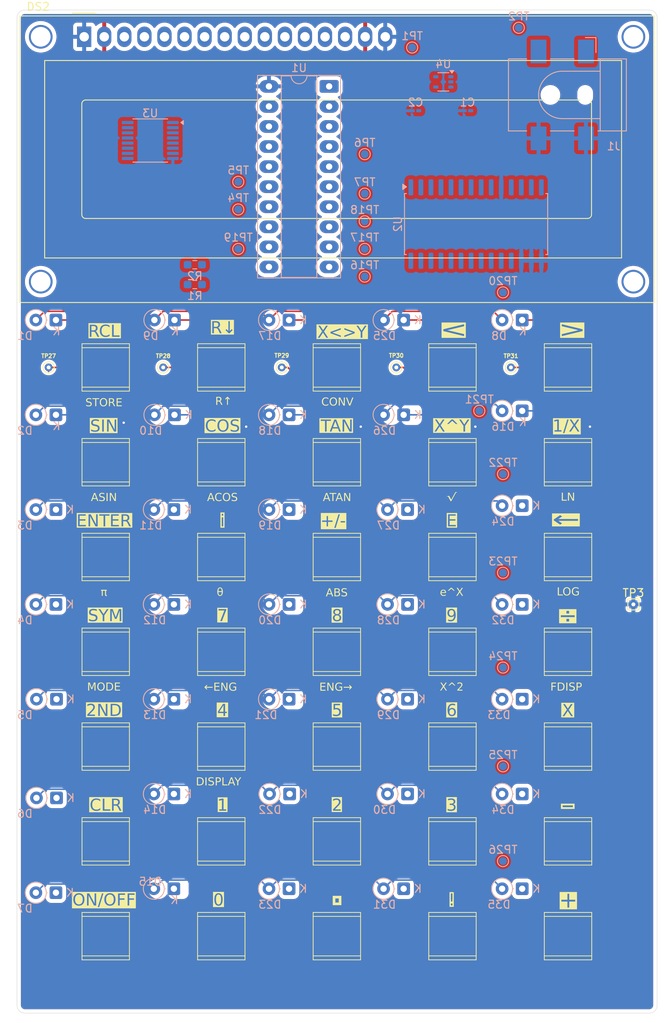
<source format=kicad_pcb>
(kicad_pcb (version 20241229) (generator "pcbnew") (generator_version "9.0")
  (layers (0 "F.Cu" signal) (2 "B.Cu" signal) (13 "F.Paste" user) (15 "B.Paste" user) (5 "F.SilkS" user "F.Silkscreen") (7 "B.SilkS" user "B.Silkscreen") (1 "F.Mask" user) (3 "B.Mask" user) (25 "Edge.Cuts" user))
  (net 0 "")
  (net 1 "+5V")
  (net 2 "GND")
  (net 3 "+3.3V")
  (net 4 "GPB0")
  (net 5 "Net-(D1-K)")
  (net 6 "Net-(D2-K)")
  (net 7 "GPB1")
  (net 8 "GPB2")
  (net 9 "Net-(D3-K)")
  (net 10 "GPB3")
  (net 11 "Net-(D4-K)")
  (net 12 "GPB4")
  (net 13 "Net-(D5-K)")
  (net 14 "GPB5")
  (net 15 "Net-(D6-K)")
  (net 16 "Net-(D7-K)")
  (net 17 "GPB6")
  (net 18 "Net-(D8-K)")
  (net 19 "Net-(D9-K)")
  (net 20 "Net-(D10-K)")
  (net 21 "Net-(D11-K)")
  (net 22 "Net-(D12-K)")
  (net 23 "Net-(D13-K)")
  (net 24 "Net-(D14-K)")
  (net 25 "Net-(D15-K)")
  (net 26 "Net-(D16-K)")
  (net 27 "Net-(D17-K)")
  (net 28 "Net-(D18-K)")
  (net 29 "Net-(D19-K)")
  (net 30 "Net-(D20-K)")
  (net 31 "Net-(D21-K)")
  (net 32 "Net-(D22-K)")
  (net 33 "Net-(D23-K)")
  (net 34 "Net-(D24-K)")
  (net 35 "Net-(D25-K)")
  (net 36 "Net-(D26-K)")
  (net 37 "Net-(D27-K)")
  (net 38 "Net-(D28-K)")
  (net 39 "Net-(D29-K)")
  (net 40 "Net-(D30-K)")
  (net 41 "Net-(D31-K)")
  (net 42 "Net-(D32-K)")
  (net 43 "Net-(D33-K)")
  (net 44 "Net-(D34-K)")
  (net 45 "Net-(D35-K)")
  (net 47 "LCD_D1")
  (net 48 "LCD_D3")
  (net 49 "LCD_D5")
  (net 50 "P2.2")
  (net 51 "LCD_D0")
  (net 52 "LCD_D2")
  (net 53 "P2.1")
  (net 54 "LCD_D7")
  (net 55 "LCD_D6")
  (net 56 "LCD_D4")
  (net 57 "P2.0")
  (net 58 "P1.6")
  (net 59 "P1.7")
  (net 60 "GPA0")
  (net 61 "GPA1")
  (net 62 "GPA2")
  (net 63 "GPA3")
  (net 64 "GPA4")
  (net 65 "P1.2")
  (net 66 "P1.4")
  (net 67 "P2.4")
  (footprint "Momentary Tactile Buttons:Tactile momentary button" (layer "F.Cu") (at 156.85125 113)
    (property "Reference" "SW11" (hide yes))
    (property "Value" "NUM_7" (hide yes))
  )
  (footprint "Momentary Tactile Buttons:Tactile momentary button" (layer "F.Cu") (at 171.47625 137)
    (property "Reference" "SW20" (hide yes))
    (property "Value" "NUM_2" (hide yes))
  )
  (footprint "Momentary Tactile Buttons:Tactile momentary button" (layer "F.Cu") (at 186.10125 113)
    (property "Reference" "SW25" (hide yes))
    (property "Value" "NUM_9" (hide yes))
  )
  (footprint "Momentary Tactile Buttons:Tactile momentary button" (layer "F.Cu") (at 171.47625 89)
    (property "Reference" "SW16" (hide yes))
    (property "Value" "TAN" (hide yes))
  )
  (footprint "Momentary Tactile Buttons:Tactile momentary button" (layer "F.Cu") (at 156.85125 89)
    (property "Reference" "SW9" (hide yes))
    (property "Value" "COS" (hide yes))
  )
  (footprint "Momentary Tactile Buttons:Tactile momentary button" (layer "F.Cu") (at 171.47625 101)
    (property "Reference" "SW17" (hide yes))
    (property "Value" "NEGATE" (hide yes))
  )
  (footprint "TestPoint:TestPoint_THTPad_1.0x1.0mm_Drill0.5mm" (layer "F.Cu") (at 212 110)
    (property "Reference" "TP3")
    (property "Value" "GND")
  )
  (footprint "Momentary Tactile Buttons:Tactile momentary button" (layer "F.Cu") (at 186.10125 101)
    (property "Reference" "SW24" (hide yes))
    (property "Value" "ENG_NOTATION" (hide yes))
  )
  (footprint "Momentary Tactile Buttons:Tactile momentary button" (layer "F.Cu") (at 200.72625 125)
    (property "Reference" "SW33" (hide yes))
    (property "Value" "MULTIPLY" (hide yes))
  )
  (footprint "Momentary Tactile Buttons:Tactile momentary button" (layer "F.Cu") (at 142.22625 113)
    (property "Reference" "SW4" (hide yes))
    (property "Value" "SYMBOLS" (hide yes))
  )
  (footprint "Momentary Tactile Buttons:Tactile momentary button" (layer "F.Cu") (at 142.22625 137)
    (property "Reference" "SW6" (hide yes))
    (property "Value" "CLEAR" (hide yes))
  )
  (footprint "TestPoint:TestPoint_THTPad_D1.0mm_Drill0.5mm" (layer "F.Cu") (at 152.5 80)
    (property "Reference" "TP28")
    (property "Value" "A1" (hide yes))
  )
  (footprint "Momentary Tactile Buttons:Tactile momentary button" (layer "F.Cu") (at 186.10125 77)
    (property "Reference" "SW22" (hide yes))
    (property "Value" "ARROW_LEFT" (hide yes))
  )
  (footprint "Momentary Tactile Buttons:Tactile momentary button" (layer "F.Cu") (at 200.72625 113)
    (property "Reference" "SW32" (hide yes))
    (property "Value" "DIVIDE" (hide yes))
  )
  (footprint "TestPoint:TestPoint_THTPad_D1.0mm_Drill0.5mm" (layer "F.Cu") (at 196.5 80)
    (property "Reference" "TP31")
    (property "Value" "A4" (hide yes))
  )
  (footprint "Momentary Tactile Buttons:Tactile momentary button" (layer "F.Cu") (at 200.72625 137)
    (property "Reference" "SW34" (hide yes))
    (property "Value" "SUBTRACT" (hide yes))
  )
  (footprint "Momentary Tactile Buttons:Tactile momentary button" (layer "F.Cu") (at 142.22625 77)
    (property "Reference" "SW1" (hide yes))
    (property "Value" "RCL" (hide yes))
  )
  (footprint "Momentary Tactile Buttons:Tactile momentary button" (layer "F.Cu") (at 142.22625 149)
    (property "Reference" "SW7" (hide yes))
    (property "Value" "OFF/ON" (hide yes))
  )
  (footprint "Momentary Tactile Buttons:Tactile momentary button" (layer "F.Cu") (at 156.85125 149)
    (property "Reference" "SW14" (hide yes))
    (property "Value" "NUM_0" (hide yes))
  )
  (footprint "Momentary Tactile Buttons:Tactile momentary button" (layer "F.Cu") (at 171.47625 149)
    (property "Reference" "SW21" (hide yes))
    (property "Value" "DECIMAL" (hide yes))
  )
  (footprint "Momentary Tactile Buttons:Tactile momentary button" (layer "F.Cu") (at 200.72625 77)
    (property "Reference" "SW29" (hide yes))
    (property "Value" "ARROW_RIGHT" (hide yes))
  )
  (footprint "Momentary Tactile Buttons:Tactile momentary button" (layer "F.Cu") (at 171.47625 113)
    (property "Reference" "SW18" (hide yes))
    (property "Value" "NUM_8" (hide yes))
  )
  (footprint "Display:WC1602A" (layer "F.Cu") (at 142.5 38.1425)
    (property "Reference" "DS2")
    (property "Value" "WC1602A")
  )
  (footprint "Momentary Tactile Buttons:Tactile momentary button" (layer "F.Cu") (at 142.22625 125)
    (property "Reference" "SW5" (hide yes))
    (property "Value" "SWITCH" (hide yes))
  )
  (footprint "Momentary Tactile Buttons:Tactile momentary button" (layer "F.Cu") (at 171.47625 125)
    (property "Reference" "SW19" (hide yes))
    (property "Value" "NUM_5" (hide yes))
  )
  (footprint "Momentary Tactile Buttons:Tactile momentary button" (layer "F.Cu") (at 186.10125 89)
    (property "Reference" "SW23" (hide yes))
    (property "Value" "POWER" (hide yes))
  )
  (footprint "Momentary Tactile Buttons:Tactile momentary button" (layer "F.Cu") (at 186.10125 125)
    (property "Reference" "SW26" (hide yes))
    (property "Value" "NUM_6" (hide yes))
  )
  (footprint "Momentary Tactile Buttons:Tactile momentary button" (layer "F.Cu") (at 156.85125 125)
    (property "Reference" "SW12" (hide yes))
    (property "Value" "NUM_4" (hide yes))
  )
  (footprint "Momentary Tactile Buttons:Tactile momentary button" (layer "F.Cu") (at 156.85125 137)
    (property "Reference" "SW13" (hide yes))
    (property "Value" "NUM_1" (hide yes))
  )
  (footprint "Momentary Tactile Buttons:Tactile momentary button" (layer "F.Cu") (at 200.72625 89)
    (property "Reference" "SW30" (hide yes))
    (property "Value" "INVERSE" (hide yes))
  )
  (footprint "Momentary Tactile Buttons:Tactile momentary button" (layer "F.Cu") (at 142.22625 101)
    (property "Reference" "SW3" (hide yes))
    (property "Value" "ENTER" (hide yes))
  )
  (footprint "Momentary Tactile Buttons:Tactile momentary button" (layer "F.Cu") (at 200.72625 101)
    (property "Reference" "SW31" (hide yes))
    (property "Value" "BACKSPACE" (hide yes))
  )
  (footprint "Momentary Tactile Buttons:Tactile momentary button" (layer "F.Cu") (at 142.22625 89)
    (property "Reference" "SW2" (hide yes))
    (property "Value" "SIN" (hide yes))
  )
  (footprint "Momentary Tactile Buttons:Tactile momentary button" (layer "F.Cu") (at 200.72625 149)
    (property "Reference" "SW35" (hide yes))
    (property "Value" "ADD" (hide yes))
  )
  (footprint "Momentary Tactile Buttons:Tactile momentary button" (layer "F.Cu") (at 186.10125 149)
    (property "Reference" "SW28" (hide yes))
    (property "Value" "FACTORIAL" (hide yes))
  )
  (footprint "Momentary Tactile Buttons:Tactile momentary button" (layer "F.Cu") (at 171.47625 77)
    (property "Reference" "SW15" (hide yes))
    (property "Value" "SWAP" (hide yes))
  )
  (footprint "TestPoint:TestPoint_THTPad_D1.0mm_Drill0.5mm" (layer "F.Cu") (at 182 80)
    (property "Reference" "TP30")
    (property "Value" "A3" (hide yes))
  )
  (footprint "TestPoint:TestPoint_THTPad_D1.0mm_Drill0.5mm" (layer "F.Cu") (at 167.5 80)
    (property "Reference" "TP29")
    (property "Value" "A2" (hide yes))
  )
  (footprint "TestPoint:TestPoint_THTPad_D1.0mm_Drill0.5mm" (layer "F.Cu") (at 138 80)
    (property "Reference" "TP27")
    (property "Value" "A0" (hide yes))
  )
  (footprint "Momentary Tactile Buttons:Tactile momentary button" (layer "F.Cu") (at 186.10125 137)
    (property "Reference" "SW27" (hide yes))
    (property "Value" "NUM_3" (hide yes))
  )
  (footprint "Momentary Tactile Buttons:Tactile momentary button" (layer "F.Cu") (at 156.85125 101)
    (property "Reference" "SW10" (hide yes))
    (property "Value" "IMAGINARY" (hide yes))
  )
  (footprint "Momentary Tactile Buttons:Tactile momentary button" (layer "F.Cu") (at 156.85125 77)
    (property "Reference" "SW8" (hide yes))
    (property "Value" "STACK_DOWN" (hide yes))
  )
  (footprint "TestPoint:TestPoint_Pad_D1.0mm" (layer "B.Cu") (at 178 68.5 180)
    (property "Reference" "TP16")
    (property "Value" "RS")
  )
  (footprint "Diode_THT:D_DO-35_SOD27_P2.54mm_Vertical_KathodeUp" (layer "B.Cu") (at 168.425686 74 180)
    (property "Reference" "D17")
    (property "Value" "1N4148WS")
  )
  (footprint "Diode_THT:D_DO-35_SOD27_P2.54mm_Vertical_KathodeUp" (layer "B.Cu") (at 182.925686 86 180)
    (property "Reference" "D26")
    (property "Value" "1N4148WS")
  )
  (footprint "Diode_THT:D_DO-35_SOD27_P2.54mm_Vertical_KathodeUp" (layer "B.Cu") (at 153.925686 86 180)
    (property "Reference" "D10")
    (property "Value" "1N4148WS")
  )
  (footprint "Diode_THT:D_DO-35_SOD27_P2.54mm_Vertical_KathodeUp" (layer "B.Cu") (at 138.925686 110 180)
    (property "Reference" "D4")
    (property "Value" "1N4148WS")
  )
  (footprint "Diode_THT:D_DO-35_SOD27_P2.54mm_Vertical_KathodeUp" (layer "B.Cu") (at 197.925686 74 180)
    (property "Reference" "D8")
    (property "Value" "1N4148WS")
  )
  (footprint "TestPoint:TestPoint_Pad_D1.0mm" (layer "B.Cu") (at 195.5 70.5 180)
    (property "Reference" "TP20")
    (property "Value" "B0")
  )
  (footprint "Resistor_SMD:R_0603_1608Metric_Pad0.98x0.95mm_HandSolder" (layer "B.Cu") (at 156.5 67)
    (property "Reference" "R2")
    (property "Value" "10k")
  )
  (footprint "Diode_THT:D_DO-35_SOD27_P2.54mm_Vertical_KathodeUp" (layer "B.Cu") (at 197.925686 122 180)
    (property "Reference" "D33")
    (property "Value" "1N4148WS")
  )
  (footprint "Diode_THT:D_DO-35_SOD27_P2.54mm_Vertical_KathodeUp" (layer "B.Cu") (at 153.851372 110 180)
    (property "Reference" "D12")
    (property "Value" "1N4148WS")
  )
  (footprint "Connector_BarrelJack:BarrelJack_CLIFF_FC681465S_SMT_Horizontal" (layer "B.Cu") (at 203 45.5 180)
    (property "Reference" "J1")
    (property "Value" "Barrel_Jack_Switch")
  )
  (footprint "Diode_THT:D_DO-35_SOD27_P2.54mm_Vertical_KathodeUp" (layer "B.Cu") (at 153.851372 122 180)
    (property "Reference" "D13")
    (property "Value" "1N4148WS")
  )
  (footprint "TestPoint:TestPoint_Pad_D1.0mm" (layer "B.Cu") (at 178 65 180)
    (property "Reference" "TP17")
    (property "Value" "R/W")
  )
  (footprint "Diode_THT:D_DO-35_SOD27_P2.54mm_Vertical_KathodeUp" (layer "B.Cu") (at 197.925686 146 180)
    (property "Reference" "D35")
    (property "Value" "1N4148WS")
  )
  (footprint "TestPoint:TestPoint_Pad_D1.0mm" (layer "B.Cu") (at 195.5 130.5 180)
    (property "Reference" "TP25")
    (property "Value" "B5")
  )
  (footprint "Diode_THT:D_DO-35_SOD27_P2.54mm_Vertical_KathodeUp" (layer "B.Cu") (at 183.425686 110 180)
    (property "Reference" "D28")
    (property "Value" "1N4148WS")
  )
  (footprint "Diode_THT:D_DO-35_SOD27_P2.54mm_Vertical_KathodeUp" (layer "B.Cu") (at 138.925686 98 180)
    (property "Reference" "D3")
    (property "Value" "1N4148WS")
  )
  (footprint "Diode_THT:D_DO-35_SOD27_P2.54mm_Vertical_KathodeUp" (layer "B.Cu") (at 153.851372 146 180)
    (property "Reference" "D15")
    (property "Value" "1N4148WS")
  )
  (footprint "Diode_THT:D_DO-35_SOD27_P2.54mm_Vertical_KathodeUp" (layer "B.Cu") (at 153.925686 74 180)
    (property "Reference" "D9")
    (property "Value" "1N4148WS")
  )
  (footprint "TestPoint:TestPoint_Pad_D1.0mm" (layer "B.Cu") (at 197.5 37 180)
    (property "Reference" "TP2")
    (property "Value" "5V")
  )
  (footprint "Package_TO_SOT_SMD:SOT-353_SC-70-5" (layer "B.Cu") (at 187.95 43.85 180)
    (property "Reference" "U4")
    (property "Value" "MIC5365-3.3YC5")
  )
  (footprint "TestPoint:TestPoint_Pad_D1.0mm" (layer "B.Cu") (at 195.5 93.5 180)
    (property "Reference" "TP22")
    (property "Value" "B2")
  )
  (footprint "Diode_THT:D_DO-35_SOD27_P2.54mm_Vertical_KathodeUp" (layer "B.Cu") (at 168.425686 122 180)
    (property "Reference" "D21")
    (property "Value" "1N4148WS")
  )
  (footprint "Diode_THT:D_DO-35_SOD27_P2.54mm_Vertical_KathodeUp" (layer "B.Cu") (at 197.925686 134 180)
    (property "Reference" "D34")
    (property "Value" "1N4148WS")
  )
  (footprint "TestPoint:TestPoint_Pad_D1.0mm" (layer "B.Cu") (at 162 56.5 180)
    (property "Reference" "TP5")
    (property "Value" "I2C_SDA")
  )
  (footprint "Diode_THT:D_DO-35_SOD27_P2.54mm_Vertical_KathodeUp" (layer "B.Cu") (at 183.425686 134 180)
    (property "Reference" "D30")
    (property "Value" "1N4148WS")
  )
  (footprint "TestPoint:TestPoint_Pad_D1.0mm" (layer "B.Cu") (at 195.5 118 180)
    (property "Reference" "TP24")
    (property "Value" "B4")
  )
  (footprint "Diode_THT:D_DO-35_SOD27_P2.54mm_Vertical_KathodeUp" (layer "B.Cu") (at 168.5 134 180)
    (property "Reference" "D22")
    (property "Value" "1N4148WS")
  )
  (footprint "TestPoint:TestPoint_Pad_D1.0mm" (layer "B.Cu") (at 178 53 180)
    (property "Reference" "TP6")
    (property "Value" "SPI_MISO")
  )
  (footprint "Diode_THT:D_DO-35_SOD27_P2.54mm_Vertical_KathodeUp" (layer "B.Cu") (at 182.925686 74 180)
    (property "Reference" "D25")
    (property "Value" "1N4148WS")
  )
  (footprint "Diode_THT:D_DO-35_SOD27_P2.54mm_Vertical_KathodeUp" (layer "B.Cu") (at 168.425686 110 180)
    (property "Reference" "D20")
    (property "Value" "1N4148WS")
  )
  (footprint "TestPoint:TestPoint_Pad_D1.0mm" (layer "B.Cu") (at 195.5 142.5 180)
    (property "Reference" "TP26")
    (property "Value" "B6")
  )
  (footprint "Diode_THT:D_DO-35_SOD27_P2.54mm_Vertical_KathodeUp" (layer "B.Cu") (at 153.851372 134 180)
    (property "Reference" "D14")
    (property "Value" "1N4148WS")
  )
  (footprint "Capacitor_SMD:C_0201_0603Metric_Pad0.64x0.40mm_HandSolder" (layer "B.Cu") (at 184.4325 47.5 180)
    (property "Reference" "C2")
    (property "Value" "1uF")
  )
  (footprint "Diode_THT:D_DO-35_SOD27_P2.54mm_Vertical_KathodeUp" (layer "B.Cu") (at 139 134.5 180)
    (property "Reference" "D6")
    (property "Value" "1N4148WS")
  )
  (footprint "TestPoint:TestPoint_Pad_D1.0mm" (layer "B.Cu") (at 184 39.5 180)
    (property "Reference" "TP1")
    (property "Value" "3.3V")
  )
  (footprint "Resistor_SMD:R_0603_1608Metric_Pad0.98x0.95mm_HandSolder" (layer "B.Cu") (at 156.5 69.51)
    (property "Reference" "R1")
    (property "Value" "10k")
  )
  (footprint "TestPoint:TestPoint_Pad_D1.0mm" (layer "B.Cu") (at 178 58 180)
    (property "Reference" "TP7")
    (property "Value" "SPI_CLK")
  )
  (footprint "Diode_THT:D_DO-35_SOD27_P2.54mm_Vertical_KathodeUp" (layer "B.Cu") (at 197.925686 110 180)
    (property "Reference" "D32")
    (property "Value" "1N4148WS")
  )
  (footprint "TestPoint:TestPoint_Pad_D1.0mm" (layer "B.Cu") (at 178 61.5 180)
    (property "Reference" "TP18")
    (property "Value" "E")
  )
  (footprint "Package_SO:SOIC-28W_7.5x17.9mm_P1.27mm" (layer "B.Cu") (at 192.095 61.85 -90)
    (property "Reference" "U2")
    (property "Value" "MCP23017_SO")
  )
  (footprint "Diode_THT:D_DO-35_SOD27_P2.54mm_Vertical_KathodeUp" (layer "B.Cu") (at 138.925686 86 180)
    (property "Reference" "D2")
    (property "Value" "1N4148WS")
  )
  (footprint "Capacitor_SMD:C_0201_0603Metric_Pad0.64x0.40mm_HandSolder" (layer "B.Cu") (at 191 47.5 180)
    (property "Reference" "C1")
    (property "Value" "1uF")
  )
  (footprint "Diode_THT:D_DO-35_SOD27_P2.54mm_Vertical_KathodeUp" (layer "B.Cu") (at 182.925686 146 180)
    (property "Reference" "D31")
    (property "Value" "1N4148WS")
  )
  (footprint "Package_SO:TSSOP-16_4.4x5mm_P0.65mm" (layer "B.Cu") (at 150.8625 51.275 180)
    (property "Reference" "U3")
    (property "Value" "74HC595")
  )
  (footprint "Diode_THT:D_DO-35_SOD27_P2.54mm_Vertical_KathodeUp" (layer "B.Cu") (at 183.425686 122 180)
    (property "Reference" "D29")
    (property "Value" "1N4148WS")
  )
  (footprint "Diode_THT:D_DO-35_SOD27_P2.54mm_Vertical_KathodeUp" (layer "B.Cu") (at 168.425686 86 180)
    (property "Reference" "D18")
    (property "Value" "1N4148WS")
  )
  (footprint "Diode_THT:D_DO-35_SOD27_P2.54mm_Vertical_KathodeUp" (layer "B.Cu") (at 168.425686 146 180)
    (property "Reference" "D23")
    (property "Value" "1N4148WS")
  )
  (footprint "Diode_THT:D_DO-35_SOD27_P2.54mm_Vertical_KathodeUp" (layer "B.Cu") (at 183.425686 98 180)
    (property "Reference" "D27")
    (property "Value" "1N4148WS")
  )
  (footprint "Diode_THT:D_DO-35_SOD27_P2.54mm_Vertical_KathodeUp" (layer "B.Cu") (at 153.851372 98 180)
    (property "Reference" "D11")
    (property "Value" "1N4148WS")
  )
  (footprint "Diode_THT:D_DO-35_SOD27_P2.54mm_Vertical_KathodeUp" (layer "B.Cu") (at 168.425686 98 180)
    (property "Reference" "D19")
    (property "Value" "1N4148WS")
  )
  (footprint "Diode_THT:D_DO-35_SOD27_P2.54mm_Vertical_KathodeUp" (layer "B.Cu") (at 139 122 180)
    (property "Reference" "D5")
    (property "Value" "1N4148WS")
  )
  (footprint "TestPoint:TestPoint_Pad_D1.0mm" (layer "B.Cu") (at 162 60 180)
    (property "Reference" "TP4")
    (property "Value" "I2C_SCK")
  )
  (footprint "TestPoint:TestPoint_Pad_D1.0mm" (layer "B.Cu") (at 195.5 106 180)
    (property "Reference" "TP23")
    (property "Value" "B3")
  )
  (footprint "TestPoint:TestPoint_Pad_D1.0mm" (layer "B.Cu") (at 162 65 180)
    (property "Reference" "TP19")
    (property "Value" "RCLK")
  )
  (footprint "Package_DIP:DIP-20_W7.62mm_Socket_LongPads" (layer "B.Cu") (at 173.5 44.42 180)
    (property "Reference" "U1")
    (property "Value" "MSP430G2553IPW20")
  )
  (footprint "Diode_THT:D_DO-35_SOD27_P2.54mm_Vertical_KathodeUp" (layer "B.Cu") (at 197.925686 97.5 180)
    (property "Reference" "D24")
    (property "Value" "1N4148WS")
  )
  (footprint "Diode_THT:D_DO-35_SOD27_P2.54mm_Vertical_KathodeUp" (layer "B.Cu") (at 197.925686 85.5 180)
    (property "Reference" "D16")
    (property "Value" "1N4148WS")
  )
  (footprint "Diode_THT:D_DO-35_SOD27_P2.54mm_Vertical_KathodeUp" (layer "B.Cu") (at 138.925686 146.5 180)
    (property "Reference" "D7")
    (property "Value" "1N4148WS")
  )
  (footprint "TestPoint:TestPoint_Pad_D1.0mm" (layer "B.Cu") (at 192.5 85.5 180)
    (property "Reference" "TP21")
    (property "Value" "B1")
  )
  (footprint "Diode_THT:D_DO-35_SOD27_P2.54mm_Vertical_KathodeUp" (layer "B.Cu") (at 138.925686 74 180)
    (property "Reference" "D1")
    (property "Value" "1N4148WS")
  )
  (gr_arc (start 134 35.75) (mid 134.292893 35.042893) (end 135 34.75) (stroke (width 0.05)) (layer "Edge.Cuts"))
  (gr_line (start 134 160.75) (end 134 35.75) (stroke (width 0.05)) (layer "Edge.Cuts"))
  (gr_arc (start 215 160.75) (mid 214.707107 161.457107) (end 214 161.75) (stroke (width 0.05)) (layer "Edge.Cuts"))
  (gr_line (start 215 35.75) (end 215 160.75) (stroke (width 0.05)) (layer "Edge.Cuts"))
  (gr_arc (start 135 161.75) (mid 134.292893 161.457107) (end 134 160.75) (stroke (width 0.05)) (layer "Edge.Cuts"))
  (gr_line (start 214 161.75) (end 135 161.75) (stroke (width 0.05)) (layer "Edge.Cuts"))
  (gr_arc (start 214 34.75) (mid 214.707107 35.042893) (end 215 35.75) (stroke (width 0.05)) (layer "Edge.Cuts"))
  (gr_line (start 135 34.75) (end 214 34.75) (stroke (width 0.05)) (layer "Edge.Cuts"))
  (gr_text "←ENG" (at 159.755984 120.515819 0) (layer "F.SilkS") (effects (font (size 1 1))))
  (gr_text "+/-" (at 174 99.5 0) (layer "F.SilkS" knockout) (effects (font (size 1.5 1.5))))
  (gr_text "1/X" (at 203.5 87.5 0) (layer "F.SilkS" knockout) (effects (font (size 1.5 1.5))))
  (gr_text "9" (at 189 111.5 0) (layer "F.SilkS" knockout) (effects (font (size 1.5 1.5))))
  (gr_text "SYM" (at 145.186346 111.501309 0) (layer "F.SilkS" knockout) (effects (font (size 1.5 1.5))))
  (gr_text "R↓" (at 158.5 75.927805 0) (layer "F.SilkS" knockout) (effects (font (size 1.5 1.5)) (justify left bottom)))
  (gr_text "." (at 174.5 146.5 0) (layer "F.SilkS" knockout) (effects (font (size 3 3))))
  (gr_text "√" (at 189 96.5 0) (layer "F.SilkS") (effects (font (size 1 1.5))))
  (gr_text "e^X" (at 189 108.5 0) (layer "F.SilkS") (effects (font (size 1 1))))
  (gr_text "ATAN" (at 174.5 96.5 0) (layer "F.SilkS") (effects (font (size 1 1))))
  (gr_text "7" (at 160 111.5 0) (layer "F.SilkS" knockout) (effects (font (size 1.5 1.5))))
  (gr_text "θ" (at 159.696696 108.507933 0) (layer "F.SilkS") (effects (font (size 1 1))))
  (gr_text "TAN" (at 174.5 87.5 0) (layer "F.SilkS" knockout) (effects (font (size 1.5 1.5))))
  (gr_text "FDISP" (at 203.5 120.5 0) (layer "F.SilkS") (effects (font (size 1 1))))
  (gr_text ">" (at 202.5 76.5 0) (layer "F.SilkS" knockout) (effects (font (size 2 3)) (justify left bottom)))
  (gr_text "RCL" (at 145 75.5 0) (layer "F.SilkS" knockout) (effects (font (size 1.5 1.5))))
  (gr_text "3" (at 189 135.5 0) (layer "F.SilkS" knockout) (effects (font (size 1.5 1.5))))
  (gr_text "X<>Y" (at 172 76.5 0) (layer "F.SilkS" knockout) (effects (font (size 1.5 1.5)) (justify left bottom)))
  (gr_text "4" (at 160 123.5 0) (layer "F.SilkS" knockout) (effects (font (size 1.5 1.5))))
  (gr_text "R↑" (at 159.074828 84.911277 0) (layer "F.SilkS") (effects (font (size 1 1)) (justify left bottom)))
  (gr_text "CLR" (at 145.228288 135.5 0) (layer "F.SilkS" knockout) (effects (font (size 1.5 1.5))))
  (gr_text "E" (at 189 99.5 0) (layer "F.SilkS" knockout) (effects (font (size 1.5 1.5))))
  (gr_text "ON/OFF" (at 145 147.5 0) (layer "F.SilkS" knockout) (effects (font (size 1.5 1.5))))
  (gr_text "DISPLAY" (at 159.5 132.5 0) (layer "F.SilkS") (effects (font (size 1 1))))
  (gr_text "6" (at 189 123.5 0) (layer "F.SilkS" knockout) (effects (font (size 1.5 1.5))))
  (gr_text "ABS" (at 174.460567 108.566988 0) (layer "F.SilkS") (effects (font (size 1 1))))
  (gr_text "0" (at 159.5 147.5 0) (layer "F.SilkS" knockout) (effects (font (size 1.5 1.5))))
  (gr_text "ENTER" (at 145 99.5 0) (layer "F.SilkS" knockout) (effects (font (size 1.5 1.5))))
  (gr_text "MODE" (at 145 120.5 0) (layer "F.SilkS") (effects (font (size 1 1))))
  (gr_text "-" (at 203.693218 135.5 0) (layer "F.SilkS" knockout) (effects (font (size 2 3.5))))
  (gr_text "LN" (at 203.712934 96.45667 0) (layer "F.SilkS") (effects (font (size 1 1))))
  (gr_text "COS\n" (at 160 87.5 0) (layer "F.SilkS" knockout) (effects (font (size 1.5 1.5))))
  (gr_text "8" (at 174.5 111.5 0) (layer "F.SilkS" knockout) (effects (font (size 1.5 1.5))))
  (gr_text "ASIN" (at 145 96.5 0) (layer "F.SilkS") (effects (font (size 1 1))))
  (gr_text "π" (at 145 108.5 0) (layer "F.SilkS") (effects (font (size 1 1))))
  (gr_text "!" (at 189 147.5 0) (layer "F.SilkS" knockout) (effects (font (size 1.5 1.5))))
  (gr_text "2ND" (at 145 123.5 0) (layer "F.SilkS" knockout) (effects (font (size 1.5 1.5))))
  (gr_text "+\n" (at 203.763778 147.552493 0) (layer "F.SilkS" knockout) (effects (font (size 2 2))))
  (gr_text "1" (at 160 135.5 0) (layer "F.SilkS" knockout) (effects (font (size 1.5 1.5))))
  (gr_text "←" (at 203.476712 99.350389 0) (layer "F.SilkS" knockout) (effects (font (size 2 3))))
  (gr_text "÷" (at 203.693265 111.539385 0) (layer "F.SilkS" knockout) (effects (font (size 2 2))))
  (gr_text "i" (at 160 99.5 0) (layer "F.SilkS" knockout) (effects (font (size 1.5 1.5))))
  (gr_text "5" (at 174.5 123.5 0) (layer "F.SilkS" knockout) (effects (font (size 1.5 1.5))))
  (gr_text "ACOS" (at 160 96.5 0) (layer "F.SilkS") (effects (font (size 1 1))))
  (gr_text "STORE\n" (at 145 84.5 0) (layer "F.SilkS") (effects (font (size 1 1))))
  (gr_text "X^Y" (at 189 87.5 0) (layer "F.SilkS" knockout) (effects (font (size 1.5 1.5))))
  (gr_text "<" (at 187.5 76.5 0) (layer "F.SilkS" knockout) (effects (font (size 2 3)) (justify left bottom)))
  (gr_text "LOG" (at 203.752087 108.448877 0) (layer "F.SilkS") (effects (font (size 1 1))))
  (gr_text "CONV\n" (at 172.5 85 0) (layer "F.SilkS") (effects (font (size 1 1)) (justify left bottom)))
  (gr_text "ENG→" (at 174.342689 120.515819 0) (layer "F.SilkS") (effects (font (size 1 1))))
  (gr_text "X^2" (at 189 120.5 0) (layer "F.SilkS") (effects (font (size 1 1))))
  (gr_text "2" (at 174.5 135.5 0) (layer "F.SilkS" knockout) (effects (font (size 1.5 1.5))))
  (gr_text "X" (at 203.693265 123.527649 0) (layer "F.SilkS" knockout) (effects (font (size 1.5 1.5))))
  (gr_text "SIN" (at 145 87.5 0) (layer "F.SilkS" knockout) (effects (font (size 1.5 1.5))))
  (segment (start 194.284686 72.899) (end 195.385686 74) (width 0.2) (layer "F.Cu") (net 4))
  (segment (start 137.486686 72.899) (end 150.284686 72.899) (width 0.2) (layer "F.Cu") (net 4))
  (segment (start 164.784686 72.899) (end 165.885686 74) (width 0.2) (layer "F.Cu") (net 4))
  (segment (start 150.284686 72.899) (end 151.385686 74) (width 0.2) (layer "F.Cu") (net 4))
  (segment (start 180.385686 74) (end 181.486686 72.899) (width 0.2) (layer "F.Cu") (net 4))
  (segment (start 165.885686 74) (end 166.986686 72.899) (width 0.2) (layer "F.Cu") (net 4))
  (segment (start 181.486686 72.899) (end 194.284686 72.899) (width 0.2) (layer "F.Cu") (net 4))
  (segment (start 166.986686 72.899) (end 179.284686 72.899) (width 0.2) (layer "F.Cu") (net 4))
  (segment (start 151.385686 74) (end 152.486686 72.899) (width 0.2) (layer "F.Cu") (net 4))
  (segment (start 179.284686 72.899) (end 180.385686 74) (width 0.2) (layer "F.Cu") (net 4))
  (segment (start 152.486686 72.899) (end 164.784686 72.899) (width 0.2) (layer "F.Cu") (net 4))
  (segment (start 136.385686 74) (end 137.486686 72.899) (width 0.2) (layer "F.Cu") (net 4))
  (segment (start 138.925686 74) (end 145.4325 74) (width 0.2) (layer "F.Cu") (net 5))
  (segment (start 149 77.5675) (end 149 82.4325) (width 0.2) (layer "F.Cu") (net 5))
  (segment (start 145.4325 74) (end 149 77.5675) (width 0.2) (layer "F.Cu") (net 5))
  (segment (start 147.5 87) (end 149 88.5) (width 0.2) (layer "F.Cu") (net 6))
  (segment (start 149 88.5) (end 149 89.5675) (width 0.2) (layer "F.Cu") (net 6))
  (segment (start 149 89.5675) (end 149 94.4325) (width 0.2) (layer "F.Cu") (net 6))
  (via (at 147.5 87) (size 0.6) (drill 0.3) (layers "F.Cu" "B.Cu") (net 6))
  (segment (start 138.925686 86) (end 146.5 86) (width 0.2) (layer "B.Cu") (net 6))
  (segment (start 146.5 86) (end 147.5 87) (width 0.2) (layer "B.Cu") (net 6))
  (segment (start 151.385686 86) (end 152.486686 84.899) (width 0.2) (layer "B.Cu") (net 7))
  (segment (start 165.885686 86) (end 166.986686 84.899) (width 0.2) (layer "B.Cu") (net 7))
  (segment (start 179.284686 84.899) (end 180.385686 86) (width 0.2) (layer "B.Cu") (net 7))
  (segment (start 137.486686 84.899) (end 150.284686 84.899) (width 0.2) (layer "B.Cu") (net 7))
  (segment (start 181.685685 84.700001) (end 194.585687 84.700001) (width 0.2) (layer "B.Cu") (net 7))
  (segment (start 136.385686 86) (end 137.486686 84.899) (width 0.2) (layer "B.Cu") (net 7))
  (segment (start 164.784686 84.899) (end 165.885686 86) (width 0.2) (layer "B.Cu") (net 7))
  (segment (start 194.585687 84.700001) (end 195.385686 85.5) (width 0.2) (layer "B.Cu") (net 7))
  (segment (start 180.385686 86) (end 181.685685 84.700001) (width 0.2) (layer "B.Cu") (net 7))
  (segment (start 152.486686 84.899) (end 164.784686 84.899) (width 0.2) (layer "B.Cu") (net 7))
  (segment (start 166.986686 84.899) (end 179.284686 84.899) (width 0.2) (layer "B.Cu") (net 7))
  (segment (start 150.284686 84.899) (end 151.385686 86) (width 0.2) (layer "B.Cu") (net 7))
  (segment (start 152.412372 96.899) (end 164.784686 96.899) (width 0.2) (layer "B.Cu") (net 8))
  (segment (start 150.210372 96.899) (end 151.311372 98) (width 0.2) (layer "B.Cu") (net 8))
  (segment (start 165.885686 98) (end 166.986686 96.899) (width 0.2) (layer "B.Cu") (net 8))
  (segment (start 181.986686 96.899) (end 194.784686 96.899) (width 0.2) (layer "B.Cu") (net 8))
  (segment (start 137.486686 96.899) (end 150.210372 96.899) (width 0.2) (layer "B.Cu") (net 8))
  (segment (start 194.784686 96.899) (end 195.385686 97.5) (width 0.2) (layer "B.Cu") (net 8))
  (segment (start 179.784686 96.899) (end 180.885686 98) (width 0.2) (layer "B.Cu") (net 8))
  (segment (start 166.986686 96.899) (end 179.784686 96.899) (width 0.2) (layer "B.Cu") (net 8))
  (segment (start 180.885686 98) (end 181.986686 96.899) (width 0.2) (layer "B.Cu") (net 8))
  (segment (start 151.311372 98) (end 152.412372 96.899) (width 0.2) (layer "B.Cu") (net 8))
  (segment (start 136.385686 98) (end 137.486686 96.899) (width 0.2) (layer "B.Cu") (net 8))
  (segment (start 164.784686 96.899) (end 165.885686 98) (width 0.2) (layer "B.Cu") (net 8))
  (segment (start 149 101.5675) (end 149 106.4325) (width 0.2) (layer "F.Cu") (net 9))
  (segment (start 136.385686 110) (end 137.486686 108.899) (width 0.2) (layer "B.Cu") (net 10))
  (segment (start 180.885686 110) (end 181.986686 108.899) (width 0.2) (layer "B.Cu") (net 10))
  (segment (start 194.284686 108.899) (end 195.385686 110) (width 0.2) (layer "B.Cu") (net 10))
  (segment (start 164.784686 108.899) (end 165.885686 110) (width 0.2) (layer "B.Cu") (net 10))
  (segment (start 166.986686 108.899) (end 179.784686 108.899) (width 0.2) (layer "B.Cu") (net 10))
  (segment (start 137.486686 108.899) (end 150.210372 108.899) (width 0.2) (layer "B.Cu") (net 10))
  (segment (start 150.210372 108.899) (end 151.311372 110) (width 0.2) (layer "B.Cu") (net 10))
  (segment (start 151.311372 110) (end 152.412372 108.899) (width 0.2) (layer "B.Cu") (net 10))
  (segment (start 165.885686 110) (end 166.986686 108.899) (width 0.2) (layer "B.Cu") (net 10))
  (segment (start 152.412372 108.899) (end 164.784686 108.899) (width 0.2) (layer "B.Cu") (net 10))
  (segment (start 179.784686 108.899) (end 180.885686 110) (width 0.2) (layer "B.Cu") (net 10))
  (segment (start 181.986686 108.899) (end 194.284686 108.899) (width 0.2) (layer "B.Cu") (net 10))
  (segment (start 149 113.5675) (end 149 118.4325) (width 0.2) (layer "F.Cu") (net 11))
  (segment (start 179.784686 120.899) (end 180.885686 122) (width 0.2) (layer "B.Cu") (net 12))
  (segment (start 166.986686 120.899) (end 179.784686 120.899) (width 0.2) (layer "B.Cu") (net 12))
  (segment (start 180.885686 122) (end 181.986686 120.899) (width 0.2) (layer "B.Cu") (net 12))
  (segment (start 150.210372 120.899) (end 151.311372 122) (width 0.2) (layer "B.Cu") (net 12))
  (segment (start 194.284686 120.899) (end 195.385686 122) (width 0.2) (layer "B.Cu") (net 12))
  (segment (start 137.561 120.899) (end 150.210372 120.899) (width 0.2) (layer "B.Cu") (net 12))
  (segment (start 164.784686 120.899) (end 165.885686 122) (width 0.2) (layer "B.Cu") (net 12))
  (segment (start 165.885686 122) (end 166.986686 120.899) (width 0.2) (layer "B.Cu") (net 12))
  (segment (start 136.46 122) (end 137.561 120.899) (width 0.2) (layer "B.Cu") (net 12))
  (segment (start 151.311372 122) (end 152.412372 120.899) (width 0.2) (layer "B.Cu") (net 12))
  (segment (start 181.986686 120.899) (end 194.284686 120.899) (width 0.2) (layer "B.Cu") (net 12))
  (segment (start 152.412372 120.899) (end 164.784686 120.899) (width 0.2) (layer "B.Cu") (net 12))
  (segment (start 149 125.5675) (end 149 130.4325) (width 0.2) (layer "F.Cu") (net 13))
  (segment (start 152.412372 132.899) (end 164.859 132.899) (width 0.2) (layer "B.Cu") (net 14))
  (segment (start 167.061 132.899) (end 179.784686 132.899) (width 0.2) (layer "B.Cu") (net 14))
  (segment (start 194.284686 132.899) (end 195.385686 134) (width 0.2) (layer "B.Cu") (net 14))
  (segment (start 179.784686 132.899) (end 180.885686 134) (width 0.2) (layer "B.Cu") (net 14))
  (segment (start 164.859 132.899) (end 165.96 134) (width 0.2) (layer "B.Cu") (net 14))
  (segment (start 151.311372 134) (end 152.412372 132.899) (width 0.2) (layer "B.Cu") (net 14))
  (segment (start 180.885686 134) (end 181.986686 132.899) (width 0.2) (layer "B.Cu") (net 14))
  (segment (start 165.96 134) (end 167.061 132.899) (width 0.2) (layer "B.Cu") (net 14))
  (segment (start 137.561 133.399) (end 150.710372 133.399) (width 0.2) (layer "B.Cu") (net 14))
  (segment (start 136.46 134.5) (end 137.561 133.399) (width 0.2) (layer "B.Cu") (net 14))
  (segment (start 150.710372 133.399) (end 151.311372 134) (width 0.2) (layer "B.Cu") (net 14))
  (segment (start 181.986686 132.899) (end 194.284686 132.899) (width 0.2) (layer "B.Cu") (net 14))
  (segment (start 149 137.5675) (end 149 142.4325) (width 0.2) (layer "F.Cu") (net 15))
  (segment (start 149 149.5675) (end 149 154.4325) (width 0.2) (layer "F.Cu") (net 16))
  (segment (start 152.412372 144.899) (end 164.784686 144.899) (width 0.2) (layer "B.Cu") (net 17))
  (segment (start 181.486686 144.899) (end 194.284686 144.899) (width 0.2) (layer "B.Cu") (net 17))
  (segment (start 179.284686 144.899) (end 180.385686 146) (width 0.2) (layer "B.Cu") (net 17))
  (segment (start 165.885686 146) (end 166 146) (width 0.2) (layer "B.Cu") (net 17))
  (segment (start 150.710372 145.399) (end 151.311372 146) (width 0.2) (layer "B.Cu") (net 17))
  (segment (start 194.284686 144.899) (end 195.385686 146) (width 0.2) (layer "B.Cu") (net 17))
  (segment (start 166.986686 144.899) (end 179.284686 144.899) (width 0.2) (layer "B.Cu") (net 17))
  (segment (start 165.885686 146) (end 166.986686 144.899) (width 0.2) (layer "B.Cu") (net 17))
  (segment (start 136.385686 146.5) (end 137.486686 145.399) (width 0.2) (layer "B.Cu") (net 17))
  (segment (start 180.385686 146) (end 181.486686 144.899) (width 0.2) (layer "B.Cu") (net 17))
  (segment (start 164.784686 144.899) (end 165.885686 146) (width 0.2) (layer "B.Cu") (net 17))
  (segment (start 151.311372 146) (end 152.412372 144.899) (width 0.2) (layer "B.Cu") (net 17))
  (segment (start 137.486686 145.399) (end 150.710372 145.399) (width 0.2) (layer "B.Cu") (net 17))
  (segment (start 197.925686 74) (end 203.9325 74) (width 0.2) (layer "F.Cu") (net 18))
  (segment (start 207.5 77.5675) (end 207.5 82.4325) (width 0.2) (layer "F.Cu") (net 18))
  (segment (start 203.9325 74) (end 207.5 77.5675) (width 0.2) (layer "F.Cu") (net 18))
  (segment (start 153.925686 74) (end 160.0575 74) (width 0.2) (layer "F.Cu") (net 19))
  (segment (start 160.0575 74) (end 163.625 77.5675) (width 0.2) (layer "F.Cu") (net 19))
  (segment (start 163.625 77.5675) (end 163.625 82.4325) (width 0.2) (layer "F.Cu") (net 19))
  (segment (start 163 87.5) (end 163.625 88.125) (width 0.2) (layer "F.Cu") (net 20))
  (segment (start 163.625 89.5675) (end 163.625 94.4325) (width 0.2) (layer "F.Cu") (net 20))
  (segment (start 163.625 88.125) (end 163.625 89.5675) (width 0.2) (layer "F.Cu") (net 20))
  (via (at 163 87.5) (size 0.6) (drill 0.3) (layers "F.Cu" "B.Cu") (net 20))
  (segment (start 161.5 86) (end 163 87.5) (width 0.2) (layer "B.Cu") (net 20))
  (segment (start 153.925686 86) (end 161.5 86) (width 0.2) (layer "B.Cu") (net 20))
  (segment (start 163.625 101.5675) (end 163.625 106.4325) (width 0.2) (layer "F.Cu") (net 21))
  (segment (start 163.625 113.5675) (end 163.625 118.4325) (width 0.2) (layer "F.Cu") (net 22))
  (segment (start 163.625 125.5675) (end 163.625 130.4325) (width 0.2) (layer "F.Cu") (net 23))
  (segment (start 163.625 137.5675) (end 163.625 142.4325) (width 0.2) (layer "F.Cu") (net 24))
  (segment (start 163.625 149.5675) (end 163.625 154.4325) (width 0.2) (layer "F.Cu") (net 25))
  (segment (start 207.5 88.5) (end 207.5 89.5675) (width 0.2) (layer "F.Cu") (net 26))
  (segment (start 207.5 89.5675) (end 207.5 94.4325) (width 0.2) (layer "F.Cu") (net 26))
  (segment (start 206.5 87.5) (end 207.5 88.5) (width 0.2) (layer "F.Cu") (net 26))
  (via (at 206.5 87.5) (size 0.6) (drill 0.3) (layers "F.Cu" "B.Cu") (net 26))
  (segment (start 204.5 85.5) (end 206.5 87.5) (width 0.2) (layer "B.Cu") (net 26))
  (segment (start 197.925686 85.5) (end 204.5 85.5) (width 0.2) (layer "B.Cu") (net 26))
  (segment (start 178.25 77.5675) (end 178.25 82.4325) (width 0.2) (layer "F.Cu") (net 27))
  (segment (start 168.425686 74) (end 174.6825 74) (width 0.2) (layer "F.Cu") (net 27))
  (segment (start 174.6825 74) (end 178.25 77.5675) (width 0.2) (layer "F.Cu") (net 27))
  (segment (start 178.25 89.5675) (end 178.25 94.4325) (width 0.2) (layer "F.Cu") (net 28))
  (segment (start 178.25 88.25) (end 178.25 89.5675) (width 0.2) (layer "F.Cu") (net 28))
  (segment (start 177.5 87.5) (end 178.25 88.25) (width 0.2) (layer "F.Cu") (net 28))
  (via (at 177.5 87.5) (size 0.6) (drill 0.3) (layers "F.Cu" "B.Cu") (net 28))
  (segment (start 176 86) (end 177.5 87.5) (width 0.2) (layer "B.Cu") (net 28))
  (segment (start 168.425686 86) (end 176 86) (width 0.2) (layer "B.Cu") (net 28))
  (segment (start 178.25 101.5675) (end 178.25 106.4325) (width 0.2) (layer "F.Cu") (net 29))
  (segment (start 178.25 113.5675) (end 178.25 118.4325) (width 0.2) (layer "F.Cu") (net 30))
  (segment (start 178.25 125.5675) (end 178.25 130.4325) (width 0.2) (layer "F.Cu") (net 31))
  (segment (start 178.25 137.5675) (end 178.25 142.4325) (width 0.2) (layer "F.Cu") (net 32))
  (segment (start 178.25 149.5675) (end 178.25 154.4325) (width 0.2) (layer "F.Cu") (net 33))
  (segment (start 207.5 101.5675) (end 207.5 106.4325) (width 0.2) (layer "F.Cu") (net 34))
  (segment (start 182.925686 74) (end 189.3075 74) (width 0.2) (layer "F.Cu") (net 35))
  (segment (start 192.875 77.5675) (end 192.875 82.4325) (width 0.2) (layer "F.Cu") (net 35))
  (segment (start 189.3075 74) (end 192.875 77.5675) (width 0.2) (layer "F.Cu") (net 35))
  (segment (start 192.875 89.5675) (end 192.875 94.4325) (width 0.2) (layer "F.Cu") (net 36))
  (segment (start 192 87.5) (end 192.875 88.375) (width 0.2) (layer "F.Cu") (net 36))
  (segment (start 192.875 88.375) (end 192.875 89.5675) (width 0.2) (layer "F.Cu") (net 36))
  (via (at 192 87.5) (size 0.6) (drill 0.3) (layers "F.Cu" "B.Cu") (net 36))
  (segment (start 182.925686 86) (end 190.5 86) (width 0.2) (layer "B.Cu") (net 36))
  (segment (start 190.5 86) (end 192 87.5) (width 0.2) (layer "B.Cu") (net 36))
  (segment (start 192.875 101.5675) (end 192.875 106.4325) (width 0.2) (layer "F.Cu") (net 37))
  (segment (start 192.875 113.5675) (end 192.875 118.4325) (width 0.2) (layer "F.Cu") (net 38))
  (segment (start 192.875 125.5675) (end 192.875 130.4325) (width 0.2) (layer "F.Cu") (net 39))
  (segment (start 192.875 137.5675) (end 192.875 142.4325) (width 0.2) (layer "F.Cu") (net 40))
  (segment (start 192.875 149.5675) (end 192.875 154.4325) (width 0.2) (layer "F.Cu") (net 41))
  (segment (start 207.5 113.5675) (end 207.5 118.4325) (width 0.2) (layer "F.Cu") (net 42))
  (segment (start 207.5 125.5675) (end 207.5 130.4325) (width 0.2) (layer "F.Cu") (net 43))
  (segment (start 207.5 137.5675) (end 207.5 142.4325) (width 0.2) (layer "F.Cu") (net 44))
  (segment (start 207.5 149.5675) (end 207.5 154.4325) (width 0.2) (layer "F.Cu") (net 45))
  (segment (start 141.4525 142.4325) (end 141.4525 149.5675) (width 0.2) (layer "F.Cu") (net 60))
  (segment (start 141.4525 149.5675) (end 141.4525 154.4325) (width 0.2) (layer "F.Cu") (net 60))
  (segment (start 139.02 80) (end 141.4525 82.4325) (width 0.2) (layer "F.Cu") (net 60))
  (segment (start 138 80) (end 138 80.5) (width 0.2) (layer "F.Cu") (net 60))
  (segment (start 141.4525 113.5675) (end 141.4525 118.4325) (width 0.2) (layer "F.Cu") (net 60))
  (segment (start 138 80) (end 139.02 80) (width 0.2) (layer "F.Cu") (net 60))
  (segment (start 141.4525 101.5675) (end 141.4525 106.4325) (width 0.2) (layer "F.Cu") (net 60))
  (segment (start 141.4525 130.4325) (end 141.4525 137.5675) (width 0.2) (layer "F.Cu") (net 60))
  (segment (start 141.4525 118.4325) (end 141.4525 125.5675) (width 0.2) (layer "F.Cu") (net 60))
  (segment (start 141.4525 106.4325) (end 141.4525 113.5675) (width 0.2) (layer "F.Cu") (net 60))
  (segment (start 141.4525 137.5675) (end 141.4525 142.4325) (width 0.2) (layer "F.Cu") (net 60))
  (segment (start 141.4525 125.5675) (end 141.4525 130.4325) (width 0.2) (layer "F.Cu") (net 60))
  (segment (start 141.4525 89.5675) (end 141.4525 82.4325) (width 0.2) (layer "F.Cu") (net 60))
  (segment (start 141.4525 94.4325) (end 141.4525 101.5675) (width 0.2) (layer "F.Cu") (net 60))
  (segment (start 141.4525 94.4325) (end 141.4525 89.5675) (width 0.2) (layer "F.Cu") (net 60))
  (segment (start 152.5 80) (end 153.645 80) (width 0.2) (layer "F.Cu") (net 61))
  (segment (start 156.0775 82.4325) (end 156.0775 89.5675) (width 0.2) (layer "F.Cu") (net 61))
  (segment (start 156.0775 89.5675) (end 156.0775 94.4325) (width 0.2) (layer "F.Cu") (net 61))
  (segment (start 156.0775 77.5675) (end 156.0775 82.4325) (width 0.2) (layer "F.Cu") (net 61))
  (segment (start 156.0775 94.4325) (end 156.0775 101.5675) (width 0.2) (layer "F.Cu") (net 61))
  (segment (start 156.0775 118.4325) (end 156.0775 125.5675) (width 0.2) (layer "F.Cu") (net 61))
  (segment (start 156.0775 154.4325) (end 156.0775 149.5675) (width 0.2) (layer "F.Cu") (net 61))
  (segment (start 156.0775 130.4325) (end 156.0775 137.5675) (width 0.2) (layer "F.Cu") (net 61))
  (segment (start 156.0775 125.5675) (end 156.0775 130.4325) (width 0.2) (layer "F.Cu") (net 61))
  (segment (start 156.0775 106.4325) (end 156.0775 113.5675) (width 0.2) (layer "F.Cu") (net 61))
  (segment (start 153.645 80) (end 156.0775 82.4325) (width 0.2) (layer "F.Cu") (net 61))
  (segment (start 156.0775 113.5675) (end 156.0775 118.4325) (width 0.2) (layer "F.Cu") (net 61))
  (segment (start 156.0775 137.5675) (end 156.0775 142.4325) (width 0.2) (layer "F.Cu") (net 61))
  (segment (start 156.0775 149.5675) (end 156.0775 142.4325) (width 0.2) (layer "F.Cu") (net 61))
  (segment (start 156.0775 101.5675) (end 156.0775 106.4325) (width 0.2) (layer "F.Cu") (net 61))
  (segment (start 168.27 80) (end 170.7025 82.4325) (width 0.2) (layer "F.Cu") (net 62))
  (segment (start 170.7025 101.5675) (end 170.7025 106.4325) (width 0.2) (layer "F.Cu") (net 62))
  (segment (start 170.7025 118.4325) (end 170.7025 125.5675) (width 0.2) (layer "F.Cu") (net 62))
  (segment (start 170.7025 77.5675) (end 170.7025 82.4325) (width 0.2) (layer "F.Cu") (net 62))
  (segment (start 170.7025 94.4325) (end 170.7025 101.5675) (width 0.2) (layer "F.Cu") (net 62))
  (segment (start 170.7025 113.5675) (end 170.7025 118.4325) (width 0.2) (layer "F.Cu") (net 62))
  (segment (start 167.5 80) (end 168.27 80) (width 0.2) (layer "F.Cu") (net 62))
  (segment (start 170.7025 82.4325) (end 170.7025 89.5675) (width 0.2) (layer "F.Cu") (net 62))
  (segment (start 170.7025 106.4325) (end 170.7025 113.5675) (width 0.2) (layer "F.Cu") (net 62))
  (segment (start 170.7025 137.5675) (end 170.7025 142.4325) (width 0.2) (layer "F.Cu") (net 62))
  (segment (start 170.7025 149.5675) (end 170.7025 154.4325) (width 0.2) (layer "F.Cu") (net 62))
  (segment (start 170.7025 125.5675) (end 170.7025 130.4325) (width 0.2) (layer "F.Cu") (net 62))
  (segment (start 170.7025 130.4325) (end 170.7025 137.5675) (width 0.2) (layer "F.Cu") (net 62))
  (segment (start 170.7025 142.4325) (end 170.7025 149.5675) (width 0.2) (layer "F.Cu") (net 62))
  (segment (start 170.7025 89.5675) (end 170.7025 94.4325) (width 0.2) (layer "F.Cu") (net 62))
  (segment (start 185.3275 118.4325) (end 185.3275 125.5675) (width 0.2) (layer "F.Cu") (net 63))
  (segment (start 185.3275 77.8275) (end 185.5 78) (width 0.2) (layer "F.Cu") (net 63))
  (segment (start 182.895 80) (end 185.3275 82.4325) (width 0.2) (layer "F.Cu") (net 63))
  (segment (start 185.3275 77.5675) (end 185.3275 82.4325) (width 0.2) (layer "F.Cu") (net 63))
  (segment (start 185.3275 101.5675) (end 185.3275 106.4325) (width 0.2) (layer "F.Cu") (net 63))
  (segment (start 185.3275 130.4325) (end 185.3275 137.5675) (width 0.2) (layer "F.Cu") (net 63))
  (segment (start 185.3275 113.5675) (end 185.3275 118.4325) (width 0.2) (layer "F.Cu") (net 63))
  (segment (start 185.3275 106.4325) (end 185.3275 113.5675) (width 0.2) (layer "F.Cu") (net 63))
  (segment (start 185.3275 125.5675) (end 185.3275 130.4325) (width 0.2) (layer "F.Cu") (net 63))
  (segment (start 185.3275 94.4325) (end 185.3275 101.5675) (width 0.2) (layer "F.Cu") (net 63))
  (segment (start 185.3275 77.5675) (end 185.3275 77.8275) (width 0.2) (layer "F.Cu") (net 63))
  (segment (start 185.3275 82.4325) (end 185.3275 89.5675) (width 0.2) (layer "F.Cu") (net 63))
  (segment (start 185.3275 89.5675) (end 185.3275 94.4325) (width 0.2) (layer "F.Cu") (net 63))
  (segment (start 182 80) (end 182.895 80) (width 0.2) (layer "F.Cu") (net 63))
  (segment (start 199.9525 89.5675) (end 199.9525 94.4325) (width 0.2) (layer "F.Cu") (net 64))
  (segment (start 199.9525 142.4325) (end 199.9525 149.5675) (width 0.2) (layer "F.Cu") (net 64))
  (segment (start 196.5 80) (end 197.52 80) (width 0.2) (layer "F.Cu") (net 64))
  (segment (start 199.9525 101.5675) (end 199.9525 106.4325) (width 0.2) (layer "F.Cu") (net 64))
  (segment (start 199.9525 118.4325) (end 199.9525 125.5675) (width 0.2) (layer "F.Cu") (net 64))
  (segment (start 199.9525 125.5675) (end 199.9525 130.4325) (width 0.2) (layer "F.Cu") (net 64))
  (segment (start 199.9525 77.5675) (end 199.9525 82.4325) (width 0.2) (layer "F.Cu") (net 64))
  (segment (start 199.9525 149.5675) (end 199.9525 154.4325) (width 0.2) (layer "F.Cu") (net 64))
  (segment (start 197.52 80) (end 199.9525 82.4325) (width 0.2) (layer "F.Cu") (net 64))
  (segment (start 199.9525 137.5675) (end 199.9525 142.4325) (width 0.2) (layer "F.Cu") (net 64))
  (segment (start 199.9525 137.5675) (end 199.9525 130.4325) (width 0.2) (layer "F.Cu") (net 64))
  (segment (start 199.9525 106.4325) (end 199.9525 113.5675) (width 0.2) (layer "F.Cu") (net 64))
  (segment (start 199.9525 113.5675) (end 199.9525 118.4325) (width 0.2) (layer "F.Cu") (net 64))
  (segment (start 199.9525 94.4325) (end 199.9525 101.5675) (width 0.2) (layer "F.Cu") (net 64))
  (segment (start 199.9525 82.4325) (end 199.9525 89.5675) (width 0.2) (layer "F.Cu") (net 64))
  (zone (net 1) (net_name "+5V") (layer "F.Cu") (connect_pads (clearance 0.5)) (min_thickness 0.25) (fill yes (thermal_gap 0.5) (thermal_bridge_width 0.5))
    (polygon (pts (xy 134 34.5) (xy 215.5 34) (xy 215 163) (xy 133 162.5) (xy 133 152.5)))
  )
  (zone (net 2) (net_name "GND") (layer "B.Cu") (priority 1) (connect_pads (clearance 0.5)) (min_thickness 0.25) (fill yes (thermal_gap 0.5) (thermal_bridge_width 0.5))
    (polygon (pts (xy 133.5 34.5) (xy 216 34) (xy 215.5 163) (xy 132 162)))
  )
)
</source>
